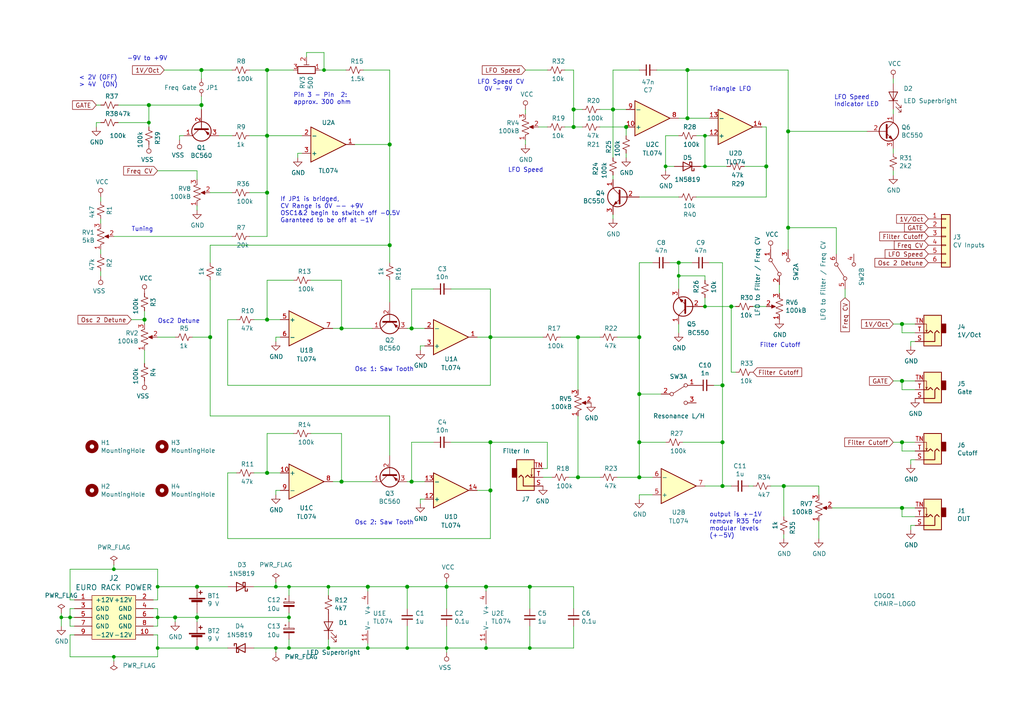
<source format=kicad_sch>
(kicad_sch (version 20211123) (generator eeschema)
  (paper "A4")
  (title_block (title "Ilse") (date "2022-11-18") (rev "2") (company "The Center for Haptic Audio Interaction Research ") (comment 1 "Based on Totoro by SyntherJack") (comment 2 "Licensed unter MIT License.") (comment 3 "Copyright © 2022 Clemens Wegener"))
  (junction (at 17.78 179.07))
  (junction (at 77.47 55.88) (diameter 1.016))
  (junction (at 119.38 139.7) (diameter 1.016))
  (junction (at 185.42 97.79) (diameter 1.016))
  (junction (at 43.18 30.48) (diameter 1.016))
  (junction (at 57.15 170.18) (diameter 1.016))
  (junction (at 45.72 170.18))
  (junction (at 93.98 20.32))
  (junction (at 142.24 97.79) (diameter 1.016))
  (junction (at 261.62 93.98) (diameter 1.016))
  (junction (at 77.47 92.71) (diameter 1.016))
  (junction (at 58.42 30.48) (diameter 1.016))
  (junction (at 99.06 95.25) (diameter 1.016))
  (junction (at 43.18 35.56))
  (junction (at 153.67 170.18) (diameter 1.016))
  (junction (at 57.15 187.96) (diameter 1.016))
  (junction (at 142.24 142.24) (diameter 1.016))
  (junction (at 106.68 170.18) (diameter 1.016))
  (junction (at 204.47 48.26))
  (junction (at 57.15 179.07) (diameter 1.016))
  (junction (at 196.85 76.2) (diameter 1.016))
  (junction (at 58.42 20.32) (diameter 1.016))
  (junction (at 118.11 170.18) (diameter 1.016))
  (junction (at 106.68 187.96))
  (junction (at 83.82 187.96))
  (junction (at 142.24 128.27) (diameter 1.016))
  (junction (at 167.64 97.79) (diameter 1.016))
  (junction (at 113.03 71.12) (diameter 1.016))
  (junction (at 185.42 128.27) (diameter 1.016))
  (junction (at 50.8 179.07) (diameter 1.016))
  (junction (at 140.97 187.96))
  (junction (at 118.11 187.96))
  (junction (at 228.6 66.04) (diameter 1.016))
  (junction (at 261.62 110.49) (diameter 1.016))
  (junction (at 167.64 138.43) (diameter 1.016))
  (junction (at 181.61 36.83) (diameter 1.016))
  (junction (at 166.37 31.75) (diameter 1.016))
  (junction (at 209.55 111.76) (diameter 1.016))
  (junction (at 95.25 187.96))
  (junction (at 209.55 140.97) (diameter 1.016))
  (junction (at 99.06 139.7) (diameter 1.016))
  (junction (at 33.02 190.5))
  (junction (at 129.54 170.18) (diameter 1.016))
  (junction (at 33.02 165.1))
  (junction (at 196.85 80.01))
  (junction (at 77.47 20.32) (diameter 1.016))
  (junction (at 261.62 147.32) (diameter 1.016))
  (junction (at 80.01 187.96))
  (junction (at 166.37 36.83) (diameter 1.016))
  (junction (at 113.03 41.91) (diameter 1.016))
  (junction (at 199.39 20.32) (diameter 1.016))
  (junction (at 129.54 187.96))
  (junction (at 119.38 95.25) (diameter 1.016))
  (junction (at 95.25 170.18))
  (junction (at 227.33 140.97) (diameter 1.016))
  (junction (at 80.01 170.18))
  (junction (at 177.8 31.75) (diameter 1.016))
  (junction (at 228.6 38.1) (diameter 1.016))
  (junction (at 77.47 137.16) (diameter 1.016))
  (junction (at 60.96 97.79) (diameter 1.016))
  (junction (at 204.47 39.37))
  (junction (at 204.47 88.9))
  (junction (at 83.82 170.18))
  (junction (at 193.04 48.26))
  (junction (at 45.72 187.96))
  (junction (at 185.42 138.43) (diameter 1.016))
  (junction (at 185.42 114.3) (diameter 1.016))
  (junction (at 153.67 187.96))
  (junction (at 20.32 179.07))
  (junction (at 140.97 170.18) (diameter 1.016))
  (junction (at 261.62 128.27) (diameter 1.016))
  (junction (at 222.25 48.26) (diameter 1.016))
  (junction (at 212.09 88.9) (diameter 1.016))
  (junction (at 45.72 179.07))
  (junction (at 199.39 34.29) (diameter 1.016))
  (junction (at 41.91 92.71) (diameter 1.016))
  (junction (at 77.47 39.37) (diameter 1.016))
  (junction (at 209.55 128.27) (diameter 1.016))
  (junction (at 83.82 179.07))
  (wire (pts (xy 77.47 92.71) (xy 81.28 92.71)))
  (wire (pts (xy 201.93 39.37) (xy 204.47 39.37)))
  (wire (pts (xy 185.42 128.27) (xy 185.42 114.3)))
  (wire (pts (xy 93.98 20.32) (xy 100.33 20.32)))
  (wire (pts (xy 88.9 15.24) (xy 88.9 16.51)))
  (wire (pts (xy 166.37 31.75) (xy 166.37 36.83)))
  (wire (pts (xy 83.82 177.8) (xy 83.82 179.07)))
  (wire (pts (xy 129.54 168.91) (xy 129.54 170.18)))
  (wire (pts (xy 199.39 34.29) (xy 196.85 34.29)))
  (wire (pts (xy 73.66 170.18) (xy 80.01 170.18)))
  (wire (pts (xy 90.17 125.73) (xy 99.06 125.73)))
  (wire (pts (xy 83.82 187.96) (xy 95.25 187.96)))
  (wire (pts (xy 72.39 68.58) (xy 77.47 68.58)))
  (wire (pts (xy 264.16 99.06) (xy 265.43 99.06)))
  (wire (pts (xy 261.62 149.86) (xy 261.62 147.32)))
  (wire (pts (xy 80.01 168.91) (xy 80.01 170.18)))
  (wire (pts (xy 181.61 45.72) (xy 181.61 44.45)))
  (wire (pts (xy 168.91 36.83) (xy 166.37 36.83)))
  (wire (pts (xy 129.54 187.96) (xy 129.54 189.23)))
  (wire (pts (xy 166.37 20.32) (xy 166.37 31.75)))
  (wire (pts (xy 264.16 133.35) (xy 265.43 133.35)))
  (wire (pts (xy 118.11 95.25) (xy 119.38 95.25)))
  (wire (pts (xy 33.02 68.58) (xy 67.31 68.58)))
  (wire (pts (xy 217.17 140.97) (xy 218.44 140.97)))
  (wire (pts (xy 29.21 63.5) (xy 29.21 64.77)))
  (wire (pts (xy 99.06 125.73) (xy 99.06 139.7)))
  (wire (pts (xy 138.43 142.24) (xy 142.24 142.24)))
  (wire (pts (xy 129.54 187.96) (xy 118.11 187.96)))
  (wire (pts (xy 113.03 20.32) (xy 113.03 41.91)))
  (wire (pts (xy 265.43 93.98) (xy 261.62 93.98)))
  (wire (pts (xy 213.36 107.95) (xy 212.09 107.95)))
  (wire (pts (xy 17.78 177.8) (xy 17.78 179.07)))
  (wire (pts (xy 185.42 76.2) (xy 189.23 76.2)))
  (wire (pts (xy 45.72 176.53) (xy 45.72 179.07)))
  (wire (pts (xy 193.04 49.53) (xy 193.04 48.26)))
  (wire (pts (xy 237.49 140.97) (xy 227.33 140.97)))
  (wire (pts (xy 50.8 179.07) (xy 50.8 180.34)))
  (wire (pts (xy 99.06 95.25) (xy 96.52 95.25)))
  (wire (pts (xy 153.67 181.61) (xy 153.67 187.96)))
  (wire (pts (xy 261.62 128.27) (xy 259.08 128.27)))
  (wire (pts (xy 107.95 139.7) (xy 99.06 139.7)))
  (wire (pts (xy 264.16 99.06) (xy 264.16 100.33)))
  (wire (pts (xy 86.36 44.45) (xy 86.36 45.72)))
  (wire (pts (xy 140.97 170.18) (xy 153.67 170.18)))
  (wire (pts (xy 185.42 57.15) (xy 196.85 57.15)))
  (wire (pts (xy 265.43 149.86) (xy 261.62 149.86)))
  (wire (pts (xy 204.47 48.26) (xy 210.82 48.26)))
  (wire (pts (xy 66.04 92.71) (xy 68.58 92.71)))
  (wire (pts (xy 201.93 57.15) (xy 222.25 57.15)))
  (wire (pts (xy 142.24 128.27) (xy 142.24 142.24)))
  (wire (pts (xy 58.42 27.94) (xy 58.42 30.48)))
  (wire (pts (xy 45.72 173.99) (xy 44.45 173.99)))
  (wire (pts (xy 60.96 81.28) (xy 60.96 97.79)))
  (wire (pts (xy 261.62 96.52) (xy 261.62 93.98)))
  (wire (pts (xy 121.92 100.33) (xy 123.19 100.33)))
  (wire (pts (xy 167.64 97.79) (xy 173.99 97.79)))
  (wire (pts (xy 259.08 50.8) (xy 259.08 49.53)))
  (wire (pts (xy 57.15 177.8) (xy 57.15 179.07)))
  (wire (pts (xy 73.66 92.71) (xy 77.47 92.71)))
  (wire (pts (xy 196.85 76.2) (xy 200.66 76.2)))
  (wire (pts (xy 34.29 30.48) (xy 43.18 30.48)))
  (wire (pts (xy 60.96 71.12) (xy 113.03 71.12)))
  (wire (pts (xy 77.47 137.16) (xy 81.28 137.16)))
  (wire (pts (xy 264.16 152.4) (xy 264.16 153.67)))
  (wire (pts (xy 33.02 165.1) (xy 45.72 165.1)))
  (wire (pts (xy 45.72 181.61) (xy 44.45 181.61)))
  (wire (pts (xy 45.72 49.53) (xy 57.15 49.53)))
  (wire (pts (xy 80.01 170.18) (xy 83.82 170.18)))
  (wire (pts (xy 113.03 41.91) (xy 113.03 71.12)))
  (wire (pts (xy 95.25 170.18) (xy 95.25 172.72)))
  (wire (pts (xy 193.04 48.26) (xy 195.58 48.26)))
  (wire (pts (xy 264.16 133.35) (xy 264.16 134.62)))
  (wire (pts (xy 20.32 176.53) (xy 21.59 176.53)))
  (wire (pts (xy 166.37 170.18) (xy 166.37 176.53)))
  (wire (pts (xy 158.75 135.89) (xy 158.75 128.27)))
  (wire (pts (xy 162.56 97.79) (xy 167.64 97.79)))
  (wire (pts (xy 77.47 55.88) (xy 77.47 68.58)))
  (wire (pts (xy 29.21 35.56) (xy 27.94 35.56)))
  (wire (pts (xy 196.85 80.01) (xy 196.85 76.2)))
  (wire (pts (xy 185.42 138.43) (xy 185.42 128.27)))
  (wire (pts (xy 185.42 97.79) (xy 185.42 76.2)))
  (wire (pts (xy 193.04 39.37) (xy 196.85 39.37)))
  (wire (pts (xy 204.47 81.28) (xy 204.47 80.01)))
  (wire (pts (xy 222.25 48.26) (xy 222.25 57.15)))
  (wire (pts (xy 20.32 190.5) (xy 20.32 184.15)))
  (wire (pts (xy 140.97 187.96) (xy 140.97 186.69)))
  (wire (pts (xy 199.39 20.32) (xy 228.6 20.32)))
  (wire (pts (xy 57.15 179.07) (xy 83.82 179.07)))
  (wire (pts (xy 265.43 110.49) (xy 261.62 110.49)))
  (wire (pts (xy 261.62 110.49) (xy 259.08 110.49)))
  (wire (pts (xy 20.32 179.07) (xy 20.32 181.61)))
  (wire (pts (xy 177.8 63.5) (xy 177.8 62.23)))
  (wire (pts (xy 209.55 128.27) (xy 209.55 140.97)))
  (wire (pts (xy 212.09 88.9) (xy 212.09 107.95)))
  (wire (pts (xy 45.72 170.18) (xy 57.15 170.18)))
  (wire (pts (xy 118.11 170.18) (xy 129.54 170.18)))
  (wire (pts (xy 140.97 187.96) (xy 153.67 187.96)))
  (wire (pts (xy 204.47 39.37) (xy 204.47 48.26)))
  (wire (pts (xy 209.55 111.76) (xy 209.55 128.27)))
  (wire (pts (xy 228.6 66.04) (xy 228.6 72.39)))
  (wire (pts (xy 67.31 55.88) (xy 60.96 55.88)))
  (wire (pts (xy 185.42 20.32) (xy 177.8 20.32)))
  (wire (pts (xy 73.66 137.16) (xy 77.47 137.16)))
  (wire (pts (xy 60.96 97.79) (xy 55.88 97.79)))
  (wire (pts (xy 20.32 179.07) (xy 17.78 179.07)))
  (wire (pts (xy 66.04 111.76) (xy 66.04 92.71)))
  (wire (pts (xy 52.07 39.37) (xy 52.07 40.64)))
  (wire (pts (xy 60.96 97.79) (xy 60.96 120.65)))
  (wire (pts (xy 121.92 144.78) (xy 121.92 146.05)))
  (wire (pts (xy 57.15 187.96) (xy 66.04 187.96)))
  (wire (pts (xy 99.06 81.28) (xy 99.06 95.25)))
  (wire (pts (xy 85.09 20.32) (xy 77.47 20.32)))
  (wire (pts (xy 129.54 181.61) (xy 129.54 187.96)))
  (wire (pts (xy 189.23 143.51) (xy 185.42 143.51)))
  (wire (pts (xy 83.82 185.42) (xy 83.82 187.96)))
  (wire (pts (xy 203.2 48.26) (xy 204.47 48.26)))
  (wire (pts (xy 45.72 179.07) (xy 44.45 179.07)))
  (wire (pts (xy 57.15 60.96) (xy 57.15 59.69)))
  (wire (pts (xy 45.72 187.96) (xy 45.72 184.15)))
  (wire (pts (xy 204.47 39.37) (xy 205.74 39.37)))
  (wire (pts (xy 191.77 114.3) (xy 185.42 114.3)))
  (wire (pts (xy 67.31 39.37) (xy 63.5 39.37)))
  (wire (pts (xy 118.11 139.7) (xy 119.38 139.7)))
  (wire (pts (xy 237.49 151.13) (xy 237.49 156.21)))
  (wire (pts (xy 88.9 15.24) (xy 93.98 15.24)))
  (wire (pts (xy 140.97 170.18) (xy 140.97 171.45)))
  (wire (pts (xy 57.15 170.18) (xy 66.04 170.18)))
  (wire (pts (xy 20.32 176.53) (xy 20.32 179.07)))
  (wire (pts (xy 177.8 31.75) (xy 181.61 31.75)))
  (wire (pts (xy 58.42 30.48) (xy 58.42 31.75)))
  (wire (pts (xy 177.8 45.72) (xy 177.8 31.75)))
  (wire (pts (xy 167.64 138.43) (xy 165.1 138.43)))
  (wire (pts (xy 119.38 83.82) (xy 119.38 95.25)))
  (wire (pts (xy 185.42 128.27) (xy 193.04 128.27)))
  (wire (pts (xy 80.01 97.79) (xy 80.01 99.06)))
  (wire (pts (xy 173.99 31.75) (xy 177.8 31.75)))
  (wire (pts (xy 196.85 80.01) (xy 204.47 80.01)))
  (wire (pts (xy 83.82 179.07) (xy 83.82 180.34)))
  (wire (pts (xy 80.01 97.79) (xy 81.28 97.79)))
  (wire (pts (xy 142.24 97.79) (xy 157.48 97.79)))
  (wire (pts (xy 29.21 57.15) (xy 29.21 58.42)))
  (wire (pts (xy 198.12 128.27) (xy 209.55 128.27)))
  (wire (pts (xy 265.43 130.81) (xy 261.62 130.81)))
  (wire (pts (xy 20.32 181.61) (xy 21.59 181.61)))
  (wire (pts (xy 119.38 95.25) (xy 123.19 95.25)))
  (wire (pts (xy 27.94 30.48) (xy 29.21 30.48)))
  (wire (pts (xy 47.625 20.32) (xy 58.42 20.32)))
  (wire (pts (xy 152.4 41.91) (xy 152.4 40.64)))
  (wire (pts (xy 106.68 187.96) (xy 118.11 187.96)))
  (wire (pts (xy 259.08 44.45) (xy 259.08 43.18)))
  (wire (pts (xy 80.01 187.96) (xy 83.82 187.96)))
  (wire (pts (xy 130.81 83.82) (xy 142.24 83.82)))
  (wire (pts (xy 58.42 20.32) (xy 67.31 20.32)))
  (wire (pts (xy 196.85 93.98) (xy 196.85 96.52)))
  (wire (pts (xy 20.32 173.99) (xy 20.32 165.1)))
  (wire (pts (xy 163.83 20.32) (xy 166.37 20.32)))
  (wire (pts (xy 77.47 55.88) (xy 72.39 55.88)))
  (wire (pts (xy 153.67 176.53) (xy 153.67 170.18)))
  (wire (pts (xy 142.24 156.21) (xy 66.04 156.21)))
  (wire (pts (xy 53.34 39.37) (xy 52.07 39.37)))
  (wire (pts (xy 45.72 97.79) (xy 50.8 97.79)))
  (wire (pts (xy 113.03 71.12) (xy 113.03 76.2)))
  (wire (pts (xy 20.32 190.5) (xy 33.02 190.5)))
  (wire (pts (xy 181.61 39.37) (xy 181.61 36.83)))
  (wire (pts (xy 199.39 20.32) (xy 199.39 34.29)))
  (wire (pts (xy 227.33 154.94) (xy 227.33 156.21)))
  (wire (pts (xy 80.01 189.23) (xy 80.01 187.96)))
  (wire (pts (xy 179.07 138.43) (xy 185.42 138.43)))
  (wire (pts (xy 226.06 82.55) (xy 226.06 85.09)))
  (wire (pts (xy 209.55 76.2) (xy 209.55 111.76)))
  (wire (pts (xy 77.47 81.28) (xy 77.47 92.71)))
  (wire (pts (xy 86.36 44.45) (xy 87.63 44.45)))
  (wire (pts (xy 20.32 173.99) (xy 21.59 173.99)))
  (wire (pts (xy 80.01 142.24) (xy 81.28 142.24)))
  (wire (pts (xy 92.71 20.32) (xy 93.98 20.32)))
  (wire (pts (xy 17.78 179.07) (xy 17.78 181.61)))
  (wire (pts (xy 241.3 147.32) (xy 261.62 147.32)))
  (wire (pts (xy 220.98 36.83) (xy 222.25 36.83)))
  (wire (pts (xy 265.43 147.32) (xy 261.62 147.32)))
  (wire (pts (xy 212.09 140.97) (xy 209.55 140.97)))
  (wire (pts (xy 99.06 139.7) (xy 96.52 139.7)))
  (wire (pts (xy 173.99 36.83) (xy 181.61 36.83)))
  (wire (pts (xy 228.6 38.1) (xy 228.6 66.04)))
  (wire (pts (xy 50.8 179.07) (xy 57.15 179.07)))
  (wire (pts (xy 80.01 143.51) (xy 80.01 142.24)))
  (wire (pts (xy 33.02 190.5) (xy 33.02 191.77)))
  (wire (pts (xy 33.02 190.5) (xy 45.72 190.5)))
  (wire (pts (xy 27.94 35.56) (xy 27.94 36.83)))
  (wire (pts (xy 142.24 111.76) (xy 66.04 111.76)))
  (wire (pts (xy 160.02 138.43) (xy 157.48 138.43)))
  (wire (pts (xy 222.25 36.83) (xy 222.25 48.26)))
  (wire (pts (xy 66.04 137.16) (xy 68.58 137.16)))
  (wire (pts (xy 83.82 170.18) (xy 83.82 172.72)))
  (wire (pts (xy 204.47 86.36) (xy 204.47 88.9)))
  (wire (pts (xy 58.42 22.86) (xy 58.42 20.32)))
  (wire (pts (xy 102.87 41.91) (xy 113.03 41.91)))
  (wire (pts (xy 83.82 170.18) (xy 95.25 170.18)))
  (wire (pts (xy 90.17 81.28) (xy 99.06 81.28)))
  (wire (pts (xy 207.01 111.76) (xy 209.55 111.76)))
  (wire (pts (xy 167.64 97.79) (xy 167.64 113.03)))
  (wire (pts (xy 20.32 179.07) (xy 21.59 179.07)))
  (wire (pts (xy 261.62 93.98) (xy 259.08 93.98)))
  (wire (pts (xy 215.9 48.26) (xy 222.25 48.26)))
  (wire (pts (xy 261.62 130.81) (xy 261.62 128.27)))
  (wire (pts (xy 29.21 72.39) (xy 29.21 73.66)))
  (wire (pts (xy 212.09 88.9) (xy 204.47 88.9)))
  (wire (pts (xy 45.72 176.53) (xy 44.45 176.53)))
  (wire (pts (xy 119.38 83.82) (xy 125.73 83.82)))
  (wire (pts (xy 264.16 152.4) (xy 265.43 152.4)))
  (wire (pts (xy 142.24 83.82) (xy 142.24 97.79)))
  (wire (pts (xy 204.47 140.97) (xy 209.55 140.97)))
  (wire (pts (xy 95.25 170.18) (xy 106.68 170.18)))
  (wire (pts (xy 85.09 125.73) (xy 77.47 125.73)))
  (wire (pts (xy 20.32 184.15) (xy 21.59 184.15)))
  (wire (pts (xy 45.72 165.1) (xy 45.72 170.18)))
  (wire (pts (xy 119.38 139.7) (xy 123.19 139.7)))
  (wire (pts (xy 129.54 170.18) (xy 140.97 170.18)))
  (wire (pts (xy 152.4 31.75) (xy 152.4 33.02)))
  (wire (pts (xy 259.08 31.75) (xy 259.08 33.02)))
  (wire (pts (xy 158.75 20.32) (xy 152.4 20.32)))
  (wire (pts (xy 196.85 80.01) (xy 196.85 83.82)))
  (wire (pts (xy 43.18 35.56) (xy 34.29 35.56)))
  (wire (pts (xy 43.18 30.48) (xy 58.42 30.48)))
  (wire (pts (xy 129.54 170.18) (xy 129.54 176.53)))
  (wire (pts (xy 60.96 71.12) (xy 60.96 76.2)))
  (wire (pts (xy 185.42 143.51) (xy 185.42 144.78)))
  (wire (pts (xy 77.47 39.37) (xy 72.39 39.37)))
  (wire (pts (xy 77.47 39.37) (xy 77.47 55.88)))
  (wire (pts (xy 251.46 38.1) (xy 228.6 38.1)))
  (wire (pts (xy 166.37 181.61) (xy 166.37 187.96)))
  (wire (pts (xy 261.62 113.03) (xy 261.62 110.49)))
  (wire (pts (xy 29.21 78.74) (xy 29.21 80.01)))
  (wire (pts (xy 119.38 128.27) (xy 119.38 139.7)))
  (wire (pts (xy 166.37 187.96) (xy 153.67 187.96)))
  (wire (pts (xy 199.39 34.29) (xy 205.74 34.29)))
  (wire (pts (xy 218.44 88.9) (xy 222.25 88.9)))
  (wire (pts (xy 41.91 101.6) (xy 41.91 105.41)))
  (wire (pts (xy 45.72 187.96) (xy 45.72 190.5)))
  (wire (pts (xy 142.24 97.79) (xy 142.24 111.76)))
  (wire (pts (xy 60.96 120.65) (xy 113.03 120.65)))
  (wire (pts (xy 45.72 187.96) (xy 57.15 187.96)))
  (wire (pts (xy 213.36 88.9) (xy 212.09 88.9)))
  (wire (pts (xy 45.72 179.07) (xy 50.8 179.07)))
  (wire (pts (xy 242.57 66.04) (xy 242.57 73.66)))
  (wire (pts (xy 20.32 165.1) (xy 33.02 165.1)))
  (wire (pts (xy 77.47 125.73) (xy 77.47 137.16)))
  (wire (pts (xy 41.91 92.71) (xy 38.1 92.71)))
  (wire (pts (xy 237.49 143.51) (xy 237.49 140.97)))
  (wire (pts (xy 41.91 90.17) (xy 41.91 92.71)))
  (wire (pts (xy 142.24 142.24) (xy 142.24 156.21)))
  (wire (pts (xy 259.08 22.86) (xy 259.08 24.13)))
  (wire (pts (xy 138.43 97.79) (xy 142.24 97.79)))
  (wire (pts (xy 57.15 179.07) (xy 57.15 180.34)))
  (wire (pts (xy 265.43 96.52) (xy 261.62 96.52)))
  (wire (pts (xy 41.91 92.71) (xy 41.91 93.98)))
  (wire (pts (xy 179.07 97.79) (xy 185.42 97.79)))
  (wire (pts (xy 121.92 100.33) (xy 121.92 101.6)))
  (wire (pts (xy 194.31 76.2) (xy 196.85 76.2)))
  (wire (pts (xy 166.37 31.75) (xy 168.91 31.75)))
  (wire (pts (xy 93.98 15.24) (xy 93.98 20.32)))
  (wire (pts (xy 121.92 144.78) (xy 123.19 144.78)))
  (wire (pts (xy 45.72 181.61) (xy 45.72 179.07)))
  (wire (pts (xy 43.18 35.56) (xy 43.18 36.83)))
  (wire (pts (xy 129.54 187.96) (xy 140.97 187.96)))
  (wire (pts (xy 265.43 113.03) (xy 261.62 113.03)))
  (wire (pts (xy 153.67 170.18) (xy 166.37 170.18)))
  (wire (pts (xy 163.83 36.83) (xy 166.37 36.83)))
  (wire (pts (xy 66.04 156.21) (xy 66.04 137.16)))
  (wire (pts (xy 33.02 163.83) (xy 33.02 165.1)))
  (wire (pts (xy 95.25 185.42) (xy 95.25 187.96)))
  (wire (pts (xy 105.41 20.32) (xy 113.03 20.32)))
  (wire (pts (xy 265.43 128.27) (xy 261.62 128.27)))
  (wire (pts (xy 106.68 170.18) (xy 118.11 170.18)))
  (wire (pts (xy 118.11 176.53) (xy 118.11 170.18)))
  (wire (pts (xy 85.09 81.28) (xy 77.47 81.28)))
  (wire (pts (xy 190.5 20.32) (xy 199.39 20.32)))
  (wire (pts (xy 107.95 95.25) (xy 99.06 95.25)))
  (wire (pts (xy 205.74 76.2) (xy 209.55 76.2)))
  (wire (pts (xy 106.68 187.96) (xy 106.68 186.69)))
  (wire (pts (xy 130.81 128.27) (xy 142.24 128.27)))
  (wire (pts (xy 158.75 135.89) (xy 157.48 135.89)))
  (wire (pts (xy 193.04 39.37) (xy 193.04 48.26)))
  (wire (pts (xy 228.6 66.04) (xy 242.57 66.04)))
  (wire (pts (xy 87.63 39.37) (xy 77.47 39.37)))
  (wire (pts (xy 177.8 20.32) (xy 177.8 31.75)))
  (wire (pts (xy 43.18 30.48) (xy 43.18 35.56)))
  (wire (pts (xy 57.15 49.53) (xy 57.15 52.07)))
  (wire (pts (xy 45.72 184.15) (xy 44.45 184.15)))
  (wire (pts (xy 77.47 20.32) (xy 72.39 20.32)))
  (wire (pts (xy 113.03 81.28) (xy 113.03 87.63)))
  (wire (pts (xy 227.33 140.97) (xy 223.52 140.97)))
  (wire (pts (xy 106.68 170.18) (xy 106.68 171.45)))
  (wire (pts (xy 77.47 20.32) (xy 77.47 39.37)))
  (wire (pts (xy 45.72 170.18) (xy 45.72 173.99)))
  (wire (pts (xy 167.64 138.43) (xy 173.99 138.43)))
  (wire (pts (xy 113.03 120.65) (xy 113.03 132.08)))
  (wire (pts (xy 119.38 128.27) (xy 125.73 128.27)))
  (wire (pts (xy 167.64 120.65) (xy 167.64 138.43)))
  (wire (pts (xy 177.8 50.8) (xy 177.8 52.07)))
  (wire (pts (xy 156.21 36.83) (xy 158.75 36.83)))
  (wire (pts (xy 95.25 187.96) (xy 106.68 187.96)))
  (wire (pts (xy 189.23 138.43) (xy 185.42 138.43)))
  (wire (pts (xy 228.6 20.32) (xy 228.6 38.1)))
  (wire (pts (xy 245.11 83.82) (xy 245.11 86.36)))
  (wire (pts (xy 185.42 114.3) (xy 185.42 97.79)))
  (wire (pts (xy 118.11 181.61) (xy 118.11 187.96)))
  (wire (pts (xy 73.66 187.96) (xy 80.01 187.96)))
  (wire (pts (xy 227.33 140.97) (xy 227.33 149.86)))
  (wire (pts (xy 142.24 128.27) (xy 158.75 128.27)))
  (text "Osc2 Detune" (at 45.72 93.98 0) (effects (font (size 1.27 1.27)) (justify left bottom)))
  (text "Pin 3 - Pin  2: \napprox. 300 ohm" (at 85.09 30.48 0) (effects (font (size 1.27 1.27)) (justify left bottom)))
  (text "LFO Speed CV\n  0V - 9V" (at 138.43 26.67 0) (effects (font (size 1.27 1.27)) (justify left bottom)))
  (text "Tuning" (at 38.1 67.31 0) (effects (font (size 1.27 1.27)) (justify left bottom)))
  (text "output is +-1V\nremove R35 for \nmodular levels \n(+-5V)" (at 205.74 156.21 0) (effects (font (size 1.27 1.27)) (justify left bottom)))
  (text "< 2V (OFF) \n> 4V  (ON)" (at 22.86 25.4 0) (effects (font (size 1.27 1.27)) (justify left bottom)))
  (text "Osc 1: Saw Tooth" (at 102.87 107.95 0) (effects (font (size 1.27 1.27)) (justify left bottom)))
  (text "LFO Speed\nIndicator LED" (at 241.935 31.115 0) (effects (font (size 1.27 1.27)) (justify left bottom)))
  (text "Osc 2: Saw Tooth" (at 102.87 152.4 0) (effects (font (size 1.27 1.27)) (justify left bottom)))
  (text "-9V to +9V" (at 36.83 17.78 0) (effects (font (size 1.27 1.27)) (justify left bottom)))
  (text "LFO Speed" (at 147.32 50.165 0) (effects (font (size 1.27 1.27)) (justify left bottom)))
  (text "Filter Cutoff" (at 220.345 100.965 0) (effects (font (size 1.27 1.27)) (justify left bottom)))
  (text "Triangle LFO" (at 205.74 26.67 0) (effects (font (size 1.27 1.27)) (justify left bottom)))
  (text "If JP1 is bridged, \nCV Range is 0V -- +9V\nOSC1&2 begin to stwitch off -0.5V\nGaranteed to be off at -1V" (at 81.28 64.77 0) (effects (font (size 1.27 1.27)) (justify left bottom)))
  (global_label "LFO Speed" (shape input) (at 152.4 20.32 180) (property "Intersheet References" "${INTERSHEET_REFS}" (effects hide)))
  (global_label "Filter Cutoff" (shape input) (at 269.24 68.58 180) (property "Intersheet References" "${INTERSHEET_REFS}" (effects hide)))
  (global_label "Freq CV" (shape input) (at 245.11 86.36 270) (property "Intersheet References" "${INTERSHEET_REFS}" (effects hide)))
  (global_label "GATE" (shape input) (at 27.94 30.48 180) (property "Intersheet References" "${INTERSHEET_REFS}" (effects hide)))
  (global_label "LFO Speed" (shape input) (at 269.24 73.66 180) (property "Intersheet References" "${INTERSHEET_REFS}" (effects hide)))
  (global_label "Filter Cutoff" (shape input) (at 259.08 128.27 180) (property "Intersheet References" "${INTERSHEET_REFS}" (effects hide)))
  (global_label "1V{slash}Oct" (shape input) (at 269.24 63.5 180) (property "Intersheet References" "${INTERSHEET_REFS}" (effects hide)))
  (global_label "Osc 2 Detune" (shape input) (at 38.1 92.71 180) (property "Intersheet References" "${INTERSHEET_REFS}" (effects hide)))
  (global_label "GATE" (shape input) (at 259.08 110.49 180) (property "Intersheet References" "${INTERSHEET_REFS}" (effects hide)))
  (global_label "Freq CV" (shape input) (at 269.24 71.12 180) (property "Intersheet References" "${INTERSHEET_REFS}" (effects hide)))
  (global_label "1V{slash}Oct" (shape input) (at 259.08 93.98 180) (property "Intersheet References" "${INTERSHEET_REFS}" (effects hide)))
  (global_label "1V{slash}Oct" (shape input) (at 47.625 20.32 180) (property "Intersheet References" "${INTERSHEET_REFS}" (effects hide)))
  (global_label "Freq CV" (shape input) (at 45.72 49.53 180) (property "Intersheet References" "${INTERSHEET_REFS}" (effects hide)))
  (global_label "GATE" (shape input) (at 269.24 66.04 180) (property "Intersheet References" "${INTERSHEET_REFS}" (effects hide)))
  (global_label "Osc 2 Detune" (shape input) (at 269.24 76.2 180) (property "Intersheet References" "${INTERSHEET_REFS}" (effects hide)))
  (global_label "Filter Cutoff" (shape input) (at 218.44 107.95 0) (property "Intersheet References" "${INTERSHEET_REFS}" (effects hide)))
  (symbol (lib_id "ilse-rescue:TL074-Amplifier_Operational") (at 130.81 97.79 0) (mirror x) (unit 1)
    (property "Reference" "U1" (at 130.81 104.14 0))
    (property "Value" "TL074" (at 130.81 106.68 0))
    (property "Footprint" "Package_DIP:DIP-14_W7.62mm_Socket_LongPads" (effects hide))
    (property "Datasheet" "http://ww1.microchip.com/downloads/en/DeviceDoc/21733j.pdf" (effects hide))
  )
  (symbol (lib_id "ilse-rescue:TL074-Amplifier_Operational") (at 143.51 179.07 0) (unit 5)
    (property "Reference" "U2" (at 142.4432 177.9016 0) (effects (justify left)))
    (property "Value" "TL074" (at 142.4432 180.213 0) (effects (justify left)))
    (property "Footprint" "Package_DIP:DIP-14_W7.62mm_Socket_LongPads" (effects hide))
    (property "Datasheet" "http://ww1.microchip.com/downloads/en/DeviceDoc/21733j.pdf" (effects hide))
  )
  (symbol (lib_id "ilse-rescue:R_POT_US-Device") (at 226.06 88.9 180) (unit 1)
    (property "Reference" "RV6" (at 227.7872 87.7316 0) (effects (justify right)))
    (property "Value" "100kB" (at 227.7872 90.043 0) (effects (justify right)))
    (property "Footprint" "CHAIR:Potentiometer_Alps_RK09K_Single_Vertical" (effects hide))
  )
  (symbol (lib_id "ilse-rescue:R_Small_US-Device") (at 95.25 175.26 0) (unit 1)
    (property "Reference" "R12" (at 96.9772 174.0916 0) (effects (justify left)))
    (property "Value" "4k7" (at 96.9772 176.403 0) (effects (justify left)))
    (property "Footprint" "hybrid:R (hybrid SMD-THT)" (effects hide))
  )
  (symbol (lib_id "ilse-rescue:LED-Device") (at 95.25 181.61 90) (unit 1)
    (property "Reference" "D1" (at 98.2218 180.6194 90) (effects (justify right)))
    (property "Value" "LED Superbright" (at 88.9 189.23 90) (effects (justify right)))
    (property "Footprint" "LED_THT:LED_D5.0mm" (effects hide))
  )
  (symbol (lib_id "ilse-rescue:VCC-power") (at 129.54 168.91 0) (unit 1)
    (property "Reference" "#PWR010" (effects hide))
    (property "Value" "VCC" (at 129.9718 164.5158 0))
  )
  (symbol (lib_id "ilse-rescue:VSS-power") (at 129.54 189.23 180) (unit 1)
    (property "Reference" "#PWR011" (effects hide))
    (property "Value" "VSS" (at 129.0828 193.6242 0))
  )
  (symbol (lib_id "ilse-rescue:R_Small_US-Device") (at 195.58 128.27 270) (unit 1)
    (property "Reference" "R27" (at 194.31 125.73 90) (effects (justify left)))
    (property "Value" "100k" (at 194.31 130.81 90) (effects (justify left)))
    (property "Footprint" "hybrid:R (hybrid SMD-THT)" (effects hide))
  )
  (symbol (lib_id "ilse-rescue:GND-power") (at 185.42 144.78 0) (unit 1)
    (property "Reference" "#PWR019" (effects hide))
    (property "Value" "GND" (at 185.547 149.1742 0))
  )
  (symbol (lib_id "ilse-rescue:C_Small-Device") (at 204.47 111.76 90) (unit 1)
    (property "Reference" "C10" (at 204.47 105.9434 90))
    (property "Value" "1n" (at 204.47 108.2548 90))
    (property "Footprint" "Capacitor_THT:C_Rect_L7.2mm_W2.5mm_P5.00mm_FKS2_FKP2_MKS2_MKP2" (effects hide))
  )
  (symbol (lib_id "ilse-rescue:C_Small-Device") (at 203.2 76.2 90) (unit 1)
    (property "Reference" "C9" (at 203.2 70.3834 90))
    (property "Value" "47n" (at 203.2 72.6948 90))
    (property "Footprint" "Capacitor_THT:C_Rect_L7.2mm_W2.5mm_P5.00mm_FKS2_FKP2_MKS2_MKP2" (effects hide))
  )
  (symbol (lib_id "ilse-rescue:C_Small-Device") (at 191.77 76.2 90) (unit 1)
    (property "Reference" "C8" (at 191.77 70.3834 90))
    (property "Value" "47n" (at 191.77 72.6948 90))
    (property "Footprint" "Capacitor_THT:C_Rect_L7.2mm_W2.5mm_P5.00mm_FKS2_FKP2_MKS2_MKP2" (effects hide))
  )
  (symbol (lib_id "ilse-rescue:BC550-Transistor_BJT") (at 199.39 88.9 180) (unit 1)
    (property "Reference" "Q5" (at 201.93 93.98 0) (effects (justify left)))
    (property "Value" "BC550" (at 205.74 96.52 0) (effects (justify left)))
    (property "Footprint" "Package_TO_SOT_THT:TO-92_Inline" (effects hide))
    (property "Datasheet" "http://www.fairchildsemi.com/ds/BC/BC547.pdf" (effects hide))
  )
  (symbol (lib_id "ilse-rescue:R_Small_US-Device") (at 215.9 88.9 270) (unit 1)
    (property "Reference" "R30" (at 214.63 86.36 90) (effects (justify left)))
    (property "Value" "10k" (at 214.63 91.44 90) (effects (justify left)))
    (property "Footprint" "hybrid:R (hybrid SMD-THT)" (effects hide))
  )
  (symbol (lib_id "ilse-rescue:VCC-power") (at 223.52 72.39 0) (unit 1)
    (property "Reference" "#PWR022" (effects hide))
    (property "Value" "VCC" (at 223.9518 67.9958 0))
  )
  (symbol (lib_id "ilse-rescue:C_Small-Device") (at 214.63 140.97 90) (unit 1)
    (property "Reference" "C11" (at 214.63 135.1534 90))
    (property "Value" "1u" (at 214.63 137.4648 90))
    (property "Footprint" "Capacitor_THT:C_Rect_L7.2mm_W2.5mm_P5.00mm_FKS2_FKP2_MKS2_MKP2" (effects hide))
  )
  (symbol (lib_id "ilse-rescue:R_POT_US-Device") (at 237.49 147.32 0) (mirror x) (unit 1)
    (property "Reference" "RV7" (at 235.7628 146.1516 0) (effects (justify right)))
    (property "Value" "100kB" (at 235.7628 148.463 0) (effects (justify right)))
    (property "Footprint" "CHAIR:Potentiometer_Alps_RK09K_Single_Vertical" (effects hide))
  )
  (symbol (lib_id "ilse-rescue:GND-power") (at 237.49 156.21 0) (unit 1)
    (property "Reference" "#PWR024" (effects hide))
    (property "Value" "GND" (at 237.617 160.6042 0))
  )
  (symbol (lib_id "ilse-rescue:AudioJack2_SwitchT-Connector") (at 270.51 149.86 180) (unit 1)
    (property "Reference" "J1" (at 277.622 148.1582 0) (effects (justify right)))
    (property "Value" "OUT" (at 277.622 150.4696 0) (effects (justify right)))
    (property "Footprint" "chair:Jack_3.5mm_QingPu_WQP-PJ398SM_Vertical_CircularHoles" (effects hide))
  )
  (symbol (lib_id "ilse-rescue:GND-power") (at 264.16 153.67 0) (unit 1)
    (property "Reference" "#PWR025" (effects hide))
    (property "Value" "GND" (at 264.287 158.0642 0))
  )
  (symbol (lib_id "ilse-rescue:R_Small_US-Device") (at 71.12 92.71 270) (unit 1)
    (property "Reference" "R10" (at 69.85 90.17 90) (effects (justify left)))
    (property "Value" "47k" (at 69.85 95.25 90) (effects (justify left)))
    (property "Footprint" "hybrid:R (hybrid SMD-THT)" (effects hide))
  )
  (symbol (lib_id "ilse-rescue:GND-power") (at 121.92 101.6 0) (unit 1)
    (property "Reference" "#PWR012" (effects hide))
    (property "Value" "GND" (at 122.047 105.9942 0))
  )
  (symbol (lib_id "ilse-rescue:GND-power") (at 80.01 99.06 0) (unit 1)
    (property "Reference" "#PWR08" (effects hide))
    (property "Value" "GND" (at 80.137 103.4542 0))
  )
  (symbol (lib_id "ilse-rescue:R_Small_US-Device") (at 87.63 81.28 270) (unit 1)
    (property "Reference" "R13" (at 86.36 78.74 90) (effects (justify left)))
    (property "Value" "100k" (at 86.36 83.82 90) (effects (justify left)))
    (property "Footprint" "hybrid:R (hybrid SMD-THT)" (effects hide))
  )
  (symbol (lib_id "ilse-rescue:C_Small-Device") (at 128.27 83.82 90) (unit 1)
    (property "Reference" "C3" (at 128.27 78.0034 90))
    (property "Value" "10n" (at 128.27 80.3148 90))
    (property "Footprint" "Capacitor_THT:C_Rect_L7.2mm_W2.5mm_P5.00mm_FKS2_FKP2_MKS2_MKP2" (effects hide))
  )
  (symbol (lib_id "ilse-rescue:BC560-Transistor_BJT") (at 113.03 92.71 90) (mirror x) (unit 1)
    (property "Reference" "Q2" (at 113.03 98.679 90))
    (property "Value" "BC560" (at 113.03 100.9904 90))
    (property "Footprint" "Package_TO_SOT_THT:TO-92_Inline" (effects hide))
    (property "Datasheet" "http://www.fairchildsemi.com/ds/BC/BC557.pdf" (effects hide))
  )
  (symbol (lib_id "ilse-rescue:R_Small_US-Device") (at 113.03 78.74 180) (unit 1)
    (property "Reference" "R16" (at 115.57 77.47 90) (effects (justify left)))
    (property "Value" "1k" (at 110.49 77.47 90) (effects (justify left)))
    (property "Footprint" "hybrid:R (hybrid SMD-THT)" (effects hide))
  )
  (symbol (lib_id "ilse-rescue:GND-power") (at 86.36 45.72 0) (unit 1)
    (property "Reference" "#PWR07" (effects hide))
    (property "Value" "GND" (at 86.487 50.1142 0))
  )
  (symbol (lib_id "ilse-rescue:R_Small_US-Device") (at 69.85 20.32 270) (unit 1)
    (property "Reference" "R8" (at 68.58 17.78 90) (effects (justify left)))
    (property "Value" "100k" (at 68.58 22.86 90) (effects (justify left)))
    (property "Footprint" "hybrid:R (hybrid SMD-THT)" (effects hide))
  )
  (symbol (lib_id "ilse-rescue:R_POT_US-Device") (at 29.21 68.58 0) (mirror x) (unit 1)
    (property "Reference" "RV1" (at 27.4828 67.4116 0) (effects (justify right)))
    (property "Value" "5kB" (at 27.4828 69.723 0) (effects (justify right)))
    (property "Footprint" "chair:Potentiometer_Alps_RK09K_Single_Vertical" (effects hide))
  )
  (symbol (lib_id "ilse-rescue:VSS-power") (at 29.21 80.01 180) (unit 1)
    (property "Reference" "#PWR02" (effects hide))
    (property "Value" "VSS" (at 28.7528 84.4042 0))
  )
  (symbol (lib_id "ilse-rescue:R_Small_US-Device") (at 29.21 76.2 180) (unit 1)
    (property "Reference" "R2" (at 31.75 74.93 90) (effects (justify left)))
    (property "Value" "47k" (at 26.67 74.93 90) (effects (justify left)))
    (property "Footprint" "hybrid:R (hybrid SMD-THT)" (effects hide))
  )
  (symbol (lib_id "ilse-rescue:R_Small_US-Device") (at 29.21 60.96 180) (unit 1)
    (property "Reference" "R1" (at 31.75 59.69 90) (effects (justify left)))
    (property "Value" "4k7" (at 26.67 59.69 90) (effects (justify left)))
    (property "Footprint" "hybrid:R (hybrid SMD-THT)" (effects hide))
  )
  (symbol (lib_id "ilse-rescue:VCC-power") (at 29.21 57.15 0) (unit 1)
    (property "Reference" "#PWR01" (effects hide))
    (property "Value" "VCC" (at 29.6418 52.7558 0))
  )
  (symbol (lib_id "ilse-rescue:R_POT_TRIM-Device") (at 88.9 20.32 270) (mirror x) (unit 1)
    (property "Reference" "RV3" (at 87.7316 22.0472 0) (effects (justify right)))
    (property "Value" "500" (at 90.043 22.0472 0) (effects (justify right)))
    (property "Footprint" "Potentiometer_THT:Potentiometer_Bourns_3266W_Vertical" (effects hide))
  )
  (symbol (lib_id "ilse-rescue:R_Small_US-Device") (at 87.63 125.73 270) (unit 1)
    (property "Reference" "R14" (at 86.36 123.19 90) (effects (justify left)))
    (property "Value" "100k" (at 86.36 128.27 90) (effects (justify left)))
    (property "Footprint" "hybrid:R (hybrid SMD-THT)" (effects hide))
  )
  (symbol (lib_id "ilse-rescue:C_Small-Device") (at 128.27 128.27 90) (unit 1)
    (property "Reference" "C4" (at 128.27 122.4534 90))
    (property "Value" "10n" (at 128.27 124.7648 90))
    (property "Footprint" "Capacitor_THT:C_Rect_L7.2mm_W2.5mm_P5.00mm_FKS2_FKP2_MKS2_MKP2" (effects hide))
  )
  (symbol (lib_id "ilse-rescue:R_Small_US-Device") (at 60.96 78.74 180) (unit 1)
    (property "Reference" "R6" (at 63.5 77.47 90) (effects (justify left)))
    (property "Value" "1k" (at 58.42 77.47 90) (effects (justify left)))
    (property "Footprint" "hybrid:R (hybrid SMD-THT)" (effects hide))
  )
  (symbol (lib_id "ilse-rescue:R_Small_US-Device") (at 71.12 137.16 270) (unit 1)
    (property "Reference" "R11" (at 69.85 134.62 90) (effects (justify left)))
    (property "Value" "47k" (at 69.85 139.7 90) (effects (justify left)))
    (property "Footprint" "hybrid:R (hybrid SMD-THT)" (effects hide))
  )
  (symbol (lib_id "ilse-rescue:GND-power") (at 121.92 146.05 0) (unit 1)
    (property "Reference" "#PWR013" (effects hide))
    (property "Value" "GND" (at 122.047 150.4442 0))
  )
  (symbol (lib_id "ilse-rescue:GND-power") (at 80.01 143.51 0) (unit 1)
    (property "Reference" "#PWR09" (effects hide))
    (property "Value" "GND" (at 80.137 147.9042 0))
  )
  (symbol (lib_id "ilse-rescue:BC560-Transistor_BJT") (at 113.03 137.16 90) (mirror x) (unit 1)
    (property "Reference" "Q3" (at 113.03 143.129 90))
    (property "Value" "BC560" (at 113.03 145.4404 90))
    (property "Footprint" "Package_TO_SOT_THT:TO-92_Inline" (effects hide))
    (property "Datasheet" "http://www.fairchildsemi.com/ds/BC/BC557.pdf" (effects hide))
  )
  (symbol (lib_id "ilse-rescue:R_Small_US-Device") (at 102.87 20.32 270) (unit 1)
    (property "Reference" "R15" (at 101.6 17.78 90) (effects (justify left)))
    (property "Value" "1.5k" (at 101.6 22.86 90) (effects (justify left)))
    (property "Footprint" "hybrid:R (hybrid SMD-THT)" (effects hide))
  )
  (symbol (lib_id "ilse-rescue:C_Small-Device") (at 118.11 179.07 0) (unit 1)
    (property "Reference" "C1" (at 120.4468 177.9016 0) (effects (justify left)))
    (property "Value" "1u" (at 120.4468 180.213 0) (effects (justify left)))
    (property "Footprint" "Capacitor_THT:C_Rect_L7.2mm_W2.5mm_P5.00mm_FKS2_FKP2_MKS2_MKP2" (effects hide))
  )
  (symbol (lib_id "ilse-rescue:VCC-power") (at 41.91 85.09 0) (unit 1)
    (property "Reference" "#PWR03" (effects hide))
    (property "Value" "VCC" (at 42.3418 80.6958 0))
  )
  (symbol (lib_id "ilse-rescue:R_Small_US-Device") (at 53.34 97.79 270) (unit 1)
    (property "Reference" "R5" (at 52.07 95.25 90) (effects (justify left)))
    (property "Value" "1k" (at 52.07 100.33 90) (effects (justify left)))
    (property "Footprint" "hybrid:R (hybrid SMD-THT)" (effects hide))
  )
  (symbol (lib_id "ilse-rescue:R_POT_US-Device") (at 41.91 97.79 0) (mirror x) (unit 1)
    (property "Reference" "RV2" (at 40.1828 96.6216 0) (effects (justify right)))
    (property "Value" "100kB" (at 40.1828 98.933 0) (effects (justify right)))
    (property "Footprint" "chair:Potentiometer_Alps_RK09K_Single_Vertical" (effects hide))
  )
  (symbol (lib_id "ilse-rescue:VSS-power") (at 41.91 110.49 180) (unit 1)
    (property "Reference" "#PWR04" (effects hide))
    (property "Value" "VSS" (at 41.4528 114.8842 0))
  )
  (symbol (lib_id "ilse-rescue:R_Small_US-Device") (at 41.91 107.95 180) (unit 1)
    (property "Reference" "R4" (at 44.45 106.68 90) (effects (justify left)))
    (property "Value" "100k" (at 39.37 106.68 90) (effects (justify left)))
    (property "Footprint" "hybrid:R (hybrid SMD-THT)" (effects hide))
  )
  (symbol (lib_id "ilse-rescue:R_Small_US-Device") (at 41.91 87.63 180) (unit 1)
    (property "Reference" "R3" (at 44.45 86.36 90) (effects (justify left)))
    (property "Value" "100k" (at 39.37 86.36 90) (effects (justify left)))
    (property "Footprint" "hybrid:R (hybrid SMD-THT)" (effects hide))
  )
  (symbol (lib_id "ilse-rescue:R_Small_US-Device") (at 160.02 97.79 270) (unit 1)
    (property "Reference" "R17" (at 158.75 95.25 90) (effects (justify left)))
    (property "Value" "100k" (at 158.75 100.33 90) (effects (justify left)))
    (property "Footprint" "hybrid:R (hybrid SMD-THT)" (effects hide))
  )
  (symbol (lib_id "ilse-rescue:R_Small_US-Device") (at 162.56 138.43 270) (unit 1)
    (property "Reference" "R18" (at 161.29 135.89 90) (effects (justify left)))
    (property "Value" "100k" (at 161.29 140.97 90) (effects (justify left)))
    (property "Footprint" "hybrid:R (hybrid SMD-THT)" (effects hide))
  )
  (symbol (lib_id "ilse-rescue:R_POT_US-Device") (at 167.64 116.84 0) (mirror x) (unit 1)
    (property "Reference" "RV5" (at 165.9128 115.6716 0) (effects (justify right)))
    (property "Value" "100kB" (at 165.9128 117.983 0) (effects (justify right)))
    (property "Footprint" "CHAIR:Potentiometer_Alps_RK09K_Single_Vertical" (effects hide))
  )
  (symbol (lib_id "ilse-rescue:GND-power") (at 171.45 116.84 0) (unit 1)
    (property "Reference" "#PWR016" (effects hide))
    (property "Value" "GND" (at 171.577 121.2342 0))
  )
  (symbol (lib_id "ilse-rescue:R_Small_US-Device") (at 176.53 97.79 270) (unit 1)
    (property "Reference" "R22" (at 175.26 95.25 90) (effects (justify left)))
    (property "Value" "47k" (at 175.26 100.33 90) (effects (justify left)))
    (property "Footprint" "hybrid:R (hybrid SMD-THT)" (effects hide))
  )
  (symbol (lib_id "ilse-rescue:R_Small_US-Device") (at 176.53 138.43 270) (unit 1)
    (property "Reference" "R23" (at 175.26 135.89 90) (effects (justify left)))
    (property "Value" "47k" (at 175.26 140.97 90) (effects (justify left)))
    (property "Footprint" "hybrid:R (hybrid SMD-THT)" (effects hide))
  )
  (symbol (lib_id "CHAIR:SW_DPDT_x2-Switch-PVA2") (at 245.11 78.74 90) (unit 2)
    (property "Reference" "SW2" (at 249.8852 77.5716 0) (effects (justify right)))
    (property "Value" "LFO to Filter / Freq CV" (at 238.76 69.85 0) (effects (justify right)))
    (property "Footprint" "chair:PVA2" (effects hide))
  )
  (symbol (lib_id "ilse-rescue:R_Small_US-Device") (at 69.85 55.88 270) (unit 1)
    (property "Reference" "R36" (at 68.58 53.34 90) (effects (justify left)))
    (property "Value" "100k" (at 68.58 58.42 90) (effects (justify left)))
    (property "Footprint" "hybrid:R (hybrid SMD-THT)" (effects hide))
  )
  (symbol (lib_id "ilse-rescue:C_Small-Device") (at 129.54 179.07 0) (unit 1)
    (property "Reference" "C2" (at 131.7752 177.9016 0) (effects (justify left)))
    (property "Value" "0.1u" (at 131.7752 180.213 0) (effects (justify left)))
    (property "Footprint" "Capacitor_THT:C_Rect_L7.2mm_W2.5mm_P5.00mm_FKS2_FKP2_MKS2_MKP2" (effects hide))
  )
  (symbol (lib_id "ilse-rescue:C_Small-Device") (at 153.67 179.07 0) (unit 1)
    (property "Reference" "C5" (at 155.9052 177.9016 0) (effects (justify left)))
    (property "Value" "1u" (at 155.9052 180.213 0) (effects (justify left)))
    (property "Footprint" "Capacitor_THT:C_Rect_L7.2mm_W2.5mm_P5.00mm_FKS2_FKP2_MKS2_MKP2" (effects hide))
  )
  (symbol (lib_id "ilse-rescue:C_Small-Device") (at 166.37 179.07 0) (unit 1)
    (property "Reference" "C6" (at 168.6052 177.9016 0) (effects (justify left)))
    (property "Value" "0.1u" (at 168.6052 180.213 0) (effects (justify left)))
    (property "Footprint" "Capacitor_THT:C_Rect_L7.2mm_W2.5mm_P5.00mm_FKS2_FKP2_MKS2_MKP2" (effects hide))
  )
  (symbol (lib_id "ilse-rescue:R_POT_US-Device") (at 57.15 55.88 0) (mirror x) (unit 1)
    (property "Reference" "RV8" (at 55.4228 54.7116 0) (effects (justify right)))
    (property "Value" "100kB" (at 55.4228 57.023 0) (effects (justify right)))
    (property "Footprint" "CHAIR:Potentiometer_Alps_RK09K_Single_Vertical" (effects hide))
  )
  (symbol (lib_id "ilse-rescue:GND-power") (at 57.15 60.96 0) (unit 1)
    (property "Reference" "#PWR0101" (effects hide))
    (property "Value" "GND" (at 57.277 65.3542 0))
  )
  (symbol (lib_id "ilse-rescue:Conn_01x06-Connector_Generic") (at 274.32 68.58 0) (unit 1)
    (property "Reference" "J3" (at 276.352 68.7832 0) (effects (justify left)))
    (property "Value" "CV Inputs" (at 276.352 71.0946 0) (effects (justify left)))
    (property "Footprint" "Connector_PinHeader_2.54mm:PinHeader_2x03_P2.54mm_Vertical" (effects hide))
  )
  (symbol (lib_id "CHAIR:SW_DPDT_x2-Switch-PVA2") (at 196.85 114.3 0) (unit 1)
    (property "Reference" "SW3" (at 199.39 109.22 0) (effects (justify right)))
    (property "Value" "Resonance L/H" (at 204.47 120.65 0) (effects (justify right)))
    (property "Footprint" "chair:PVA2" (effects hide))
  )
  (symbol (lib_id "ilse-rescue:C_Small-Device") (at 187.96 20.32 90) (mirror x) (unit 1)
    (property "Reference" "C7" (at 187.96 26.1366 90))
    (property "Value" "47n" (at 187.96 23.8252 90))
    (property "Footprint" "Capacitor_THT:C_Rect_L7.2mm_W2.5mm_P5.00mm_FKS2_FKP2_MKS2_MKP2" (effects hide))
  )
  (symbol (lib_id "ilse-rescue:R_Small_US-Device") (at 171.45 31.75 270) (unit 1)
    (property "Reference" "R20" (at 170.18 29.21 90) (effects (justify left)))
    (property "Value" "100k" (at 170.18 34.29 90) (effects (justify left)))
    (property "Footprint" "hybrid:R (hybrid SMD-THT)" (effects hide))
  )
  (symbol (lib_id "ilse-rescue:GND-power") (at 193.04 49.53 0) (unit 1)
    (property "Reference" "#PWR020" (effects hide))
    (property "Value" "GND" (at 193.167 53.9242 0))
  )
  (symbol (lib_id "ilse-rescue:GND-power") (at 181.61 45.72 0) (unit 1)
    (property "Reference" "#PWR018" (effects hide))
    (property "Value" "GND" (at 181.737 50.1142 0))
  )
  (symbol (lib_id "ilse-rescue:R_Small_US-Device") (at 171.45 36.83 270) (unit 1)
    (property "Reference" "R21" (at 170.18 41.91 90) (effects (justify left)))
    (property "Value" "47k" (at 170.18 39.37 90) (effects (justify left)))
    (property "Footprint" "hybrid:R (hybrid SMD-THT)" (effects hide))
  )
  (symbol (lib_id "ilse-rescue:R_Small_US-Device") (at 181.61 41.91 180) (unit 1)
    (property "Reference" "R25" (at 176.53 40.64 90) (effects (justify left)))
    (property "Value" "100k" (at 179.07 40.64 90) (effects (justify left)))
    (property "Footprint" "hybrid:R (hybrid SMD-THT)" (effects hide))
  )
  (symbol (lib_id "ilse-rescue:R_Small_US-Device") (at 177.8 48.26 180) (unit 1)
    (property "Reference" "R24" (at 172.72 46.99 90) (effects (justify left)))
    (property "Value" "100k" (at 175.26 46.99 90) (effects (justify left)))
    (property "Footprint" "hybrid:R (hybrid SMD-THT)" (effects hide))
  )
  (symbol (lib_id "ilse-rescue:BC550-Transistor_BJT") (at 180.34 57.15 0) (mirror y) (unit 1)
    (property "Reference" "Q4" (at 175.4886 55.9816 0) (effects (justify left)))
    (property "Value" "BC550" (at 175.4886 58.293 0) (effects (justify left)))
    (property "Footprint" "Package_TO_SOT_THT:TO-92_Inline" (effects hide))
    (property "Datasheet" "http://www.fairchildsemi.com/ds/BC/BC547.pdf" (effects hide))
  )
  (symbol (lib_id "ilse-rescue:R_Small_US-Device") (at 199.39 39.37 270) (unit 1)
    (property "Reference" "R28" (at 198.12 36.83 90) (effects (justify left)))
    (property "Value" "100k" (at 198.12 41.91 90) (effects (justify left)))
    (property "Footprint" "hybrid:R (hybrid SMD-THT)" (effects hide))
  )
  (symbol (lib_id "ilse-rescue:R_Small_US-Device") (at 213.36 48.26 270) (unit 1)
    (property "Reference" "R29" (at 212.09 53.34 90) (effects (justify left)))
    (property "Value" "47k" (at 212.09 50.8 90) (effects (justify left)))
    (property "Footprint" "hybrid:R (hybrid SMD-THT)" (effects hide))
  )
  (symbol (lib_id "ilse-rescue:R_Small_US-Device") (at 31.75 30.48 270) (unit 1)
    (property "Reference" "R37" (at 30.48 27.94 90) (effects (justify left)))
    (property "Value" "47k" (at 34.29 33.02 90) (effects (justify left)))
    (property "Footprint" "hybrid:R (hybrid SMD-THT)" (effects hide))
  )
  (symbol (lib_id "ilse-rescue:R_Small_US-Device") (at 43.18 39.37 180) (unit 1)
    (property "Reference" "R39" (at 45.72 38.1 90) (effects (justify left)))
    (property "Value" "100k" (at 40.64 38.1 90) (effects (justify left)))
    (property "Footprint" "hybrid:R (hybrid SMD-THT)" (effects hide))
  )
  (symbol (lib_id "ilse-rescue:GND-power") (at 27.94 36.83 0) (unit 1)
    (property "Reference" "#PWR0103" (effects hide))
    (property "Value" "GND" (at 28.067 41.2242 0))
  )
  (symbol (lib_id "ilse-rescue:R_Small_US-Device") (at 161.29 36.83 270) (unit 1)
    (property "Reference" "R19" (at 160.02 34.29 90) (effects (justify left)))
    (property "Value" "10k" (at 160.02 39.37 90) (effects (justify left)))
    (property "Footprint" "hybrid:R (hybrid SMD-THT)" (effects hide))
  )
  (symbol (lib_id "ilse-rescue:R_POT_US-Device") (at 152.4 36.83 0) (mirror x) (unit 1)
    (property "Reference" "RV4" (at 150.6728 35.6616 0) (effects (justify right)))
    (property "Value" "100kB" (at 150.6728 37.973 0) (effects (justify right)))
    (property "Footprint" "CHAIR:Potentiometer_Alps_RK09K_Single_Vertical" (effects hide))
  )
  (symbol (lib_id "ilse-rescue:VSS-power") (at 43.18 41.91 180) (unit 1)
    (property "Reference" "#PWR0104" (effects hide))
    (property "Value" "VSS" (at 42.7228 46.3042 0))
  )
  (symbol (lib_id "ilse-rescue:R_Small_US-Device") (at 31.75 35.56 270) (unit 1)
    (property "Reference" "R38" (at 30.48 33.02 90) (effects (justify left)))
    (property "Value" "100k" (at 31.75 39.37 90) (effects (justify left)))
    (property "Footprint" "hybrid:R (hybrid SMD-THT)" (effects hide))
  )
  (symbol (lib_id "ilse-rescue:VCC-power") (at 152.4 31.75 0) (unit 1)
    (property "Reference" "#PWR014" (effects hide))
    (property "Value" "VCC" (at 152.8318 27.3558 0))
  )
  (symbol (lib_id "ilse-rescue:GND-power") (at 152.4 41.91 0) (unit 1)
    (property "Reference" "#PWR015" (effects hide))
    (property "Value" "GND" (at 152.527 46.3042 0))
  )
  (symbol (lib_id "ilse-rescue:GND-power") (at 177.8 63.5 0) (unit 1)
    (property "Reference" "#PWR017" (effects hide))
    (property "Value" "GND" (at 177.927 67.8942 0))
  )
  (symbol (lib_id "CHAIR:SW_DPDT_x2-Switch-PVA2") (at 226.06 77.47 90) (unit 1)
    (property "Reference" "SW2" (at 230.8352 76.3016 0) (effects (justify right)))
    (property "Value" "LFO to Filter / Freq CV" (at 219.71 68.58 0) (effects (justify right)))
    (property "Footprint" "chair:PVA2" (effects hide))
  )
  (symbol (lib_id "ilse-rescue:BC560-Transistor_BJT") (at 58.42 36.83 90) (mirror x) (unit 1)
    (property "Reference" "Q1" (at 58.42 42.799 90))
    (property "Value" "BC560" (at 58.42 45.1104 90))
    (property "Footprint" "Package_TO_SOT_THT:TO-92_Inline" (effects hide))
    (property "Datasheet" "http://www.fairchildsemi.com/ds/BC/BC557.pdf" (effects hide))
  )
  (symbol (lib_id "ilse-rescue:VSS-power") (at 52.07 40.64 180) (unit 1)
    (property "Reference" "#PWR06" (effects hide))
    (property "Value" "VSS" (at 51.6128 45.0342 0))
  )
  (symbol (lib_id "ilse-rescue:R_Small_US-Device") (at 69.85 39.37 270) (unit 1)
    (property "Reference" "R9" (at 68.58 36.83 90) (effects (justify left)))
    (property "Value" "1k" (at 68.58 41.91 90) (effects (justify left)))
    (property "Footprint" "hybrid:R (hybrid SMD-THT)" (effects hide))
  )
  (symbol (lib_id "ilse-rescue:R_Small_US-Device") (at 259.08 46.99 0) (unit 1)
    (property "Reference" "R31" (at 260.8072 45.8216 0) (effects (justify left)))
    (property "Value" "2k2" (at 260.8072 48.133 0) (effects (justify left)))
    (property "Footprint" "hybrid:R (hybrid SMD-THT)" (effects hide))
  )
  (symbol (lib_id "ilse-rescue:LED-Device") (at 259.08 27.94 90) (unit 1)
    (property "Reference" "D2" (at 262.0518 25.6794 90) (effects (justify right)))
    (property "Value" "LED Superbright" (at 262.0518 29.2608 90) (effects (justify right)))
    (property "Footprint" "LED_THT:LED_D5.0mm" (effects hide))
  )
  (symbol (lib_id "ilse-rescue:VCC-power") (at 259.08 22.86 0) (unit 1)
    (property "Reference" "#PWR026" (effects hide))
    (property "Value" "VCC" (at 259.5118 18.4658 0))
  )
  (symbol (lib_id "ilse-rescue:GND-power") (at 259.08 50.8 0) (unit 1)
    (property "Reference" "#PWR027" (effects hide))
    (property "Value" "GND" (at 259.207 55.1942 0))
  )
  (symbol (lib_id "ilse-rescue:Jumper_NO_Small-Device") (at 58.42 25.4 270) (unit 1)
    (property "Reference" "JP1" (at 59.69 25.4 90) (effects (justify left)))
    (property "Value" "Freq Gate" (at 47.625 25.4 90) (effects (justify left)))
    (property "Footprint" "Connector_PinHeader_2.54mm:PinHeader_1x02_P2.54mm_Vertical" (effects hide))
  )
  (symbol (lib_id "ilse-rescue:BC550-Transistor_BJT") (at 256.54 38.1 0) (unit 1)
    (property "Reference" "Q6" (at 261.3914 36.9316 0) (effects (justify left)))
    (property "Value" "BC550" (at 261.3914 39.243 0) (effects (justify left)))
    (property "Footprint" "Package_TO_SOT_THT:TO-92_Inline" (effects hide))
    (property "Datasheet" "http://www.fairchildsemi.com/ds/BC/BC547.pdf" (effects hide))
  )
  (symbol (lib_id "ilse-rescue:R_Small_US-Device") (at 69.85 68.58 270) (unit 1)
    (property "Reference" "R7" (at 68.58 66.04 90) (effects (justify left)))
    (property "Value" "20k" (at 68.58 71.12 90) (effects (justify left)))
    (property "Footprint" "hybrid:R (hybrid SMD-THT)" (effects hide))
  )
  (symbol (lib_id "ilse-rescue:TL074-Amplifier_Operational") (at 88.9 95.25 0) (unit 2)
    (property "Reference" "U1" (at 88.9 101.6 0))
    (property "Value" "TL074" (at 88.9 104.14 0))
    (property "Footprint" "Package_DIP:DIP-14_W7.62mm_Socket_LongPads" (effects hide))
    (property "Datasheet" "http://ww1.microchip.com/downloads/en/DeviceDoc/21733j.pdf" (effects hide))
  )
  (symbol (lib_id "ilse-rescue:TL074-Amplifier_Operational") (at 196.85 140.97 0) (mirror x) (unit 2)
    (property "Reference" "U2" (at 196.85 148.59 0))
    (property "Value" "TL074" (at 196.85 151.13 0))
    (property "Footprint" "Package_DIP:DIP-14_W7.62mm_Socket_LongPads" (effects hide))
    (property "Datasheet" "http://ww1.microchip.com/downloads/en/DeviceDoc/21733j.pdf" (effects hide))
  )
  (symbol (lib_id "ilse-rescue:TL074-Amplifier_Operational") (at 95.25 41.91 0) (mirror x) (unit 1)
    (property "Reference" "U2" (at 95.25 35.56 0))
    (property "Value" "TL074" (at 95.25 49.53 0))
    (property "Footprint" "Package_DIP:DIP-14_W7.62mm_Socket_LongPads" (effects hide))
    (property "Datasheet" "http://ww1.microchip.com/downloads/en/DeviceDoc/21733j.pdf" (effects hide))
  )
  (symbol (lib_id "ilse-rescue:TL074-Amplifier_Operational") (at 88.9 139.7 0) (unit 3)
    (property "Reference" "U1" (at 88.9 147.32 0))
    (property "Value" "TL074" (at 88.9 149.86 0))
    (property "Footprint" "Package_DIP:DIP-14_W7.62mm_Socket_LongPads" (effects hide))
    (property "Datasheet" "http://ww1.microchip.com/downloads/en/DeviceDoc/21733j.pdf" (effects hide))
  )
  (symbol (lib_id "ilse-rescue:TL074-Amplifier_Operational") (at 130.81 142.24 0) (mirror x) (unit 4)
    (property "Reference" "U1" (at 130.81 149.86 0))
    (property "Value" "TL074" (at 130.81 152.4 0))
    (property "Footprint" "Package_DIP:DIP-14_W7.62mm_Socket_LongPads" (effects hide))
    (property "Datasheet" "http://ww1.microchip.com/downloads/en/DeviceDoc/21733j.pdf" (effects hide))
  )
  (symbol (lib_id "ilse-rescue:AudioJack2_SwitchT-Connector") (at 152.4 138.43 0) (mirror x) (unit 1)
    (property "Reference" "J7" (at 153.67 144.78 0) (effects (justify right)))
    (property "Value" "Filter In" (at 153.67 130.81 0) (effects (justify right)))
    (property "Footprint" "chair:Jack_3.5mm_QingPu_WQP-PJ398SM_Vertical_CircularHoles" (effects hide))
  )
  (symbol (lib_id "ilse-rescue:GND-power") (at 157.48 140.97 0) (mirror y) (unit 1)
    (property "Reference" "#PWR0109" (effects hide))
    (property "Value" "GND" (at 157.353 145.3642 0))
  )
  (symbol (lib_id "ilse-rescue:TL074-Amplifier_Operational") (at 109.22 179.07 0) (unit 5)
    (property "Reference" "U1" (at 108.1532 177.9016 0) (effects (justify left)))
    (property "Value" "TL074" (at 108.1532 180.213 0) (effects (justify left)))
    (property "Footprint" "Package_DIP:DIP-14_W7.62mm_Socket_LongPads" (effects hide))
    (property "Datasheet" "http://ww1.microchip.com/downloads/en/DeviceDoc/21733j.pdf" (effects hide))
  )
  (symbol (lib_id "ilse-rescue:TL074-Amplifier_Operational") (at 189.23 34.29 0) (mirror x) (unit 3)
    (property "Reference" "U2" (at 189.23 41.91 0))
    (property "Value" "TL074" (at 189.23 44.45 0))
    (property "Footprint" "Package_DIP:DIP-14_W7.62mm_Socket_LongPads" (effects hide))
    (property "Datasheet" "http://ww1.microchip.com/downloads/en/DeviceDoc/21733j.pdf" (effects hide))
  )
  (symbol (lib_id "ilse-rescue:TL074-Amplifier_Operational") (at 213.36 36.83 0) (mirror x) (unit 4)
    (property "Reference" "U2" (at 213.36 44.45 0))
    (property "Value" "TL074" (at 213.36 46.99 0))
    (property "Footprint" "Package_DIP:DIP-14_W7.62mm_Socket_LongPads" (effects hide))
    (property "Datasheet" "http://ww1.microchip.com/downloads/en/DeviceDoc/21733j.pdf" (effects hide))
  )
  (symbol (lib_id "ilse-rescue:R_Small_US-Device") (at 220.98 140.97 270) (unit 1)
    (property "Reference" "R34" (at 219.71 138.43 90) (effects (justify left)))
    (property "Value" "4k7" (at 219.71 143.51 90) (effects (justify left)))
    (property "Footprint" "hybrid:R (hybrid SMD-THT)" (effects hide))
  )
  (symbol (lib_id "ilse-rescue:R_Small_US-Device") (at 227.33 152.4 180) (unit 1)
    (property "Reference" "R35" (at 229.87 151.13 90) (effects (justify left)))
    (property "Value" "1k" (at 224.79 151.13 90) (effects (justify left)))
    (property "Footprint" "hybrid:R (hybrid SMD-THT)" (effects hide))
  )
  (symbol (lib_id "ilse-rescue:GND-power") (at 227.33 156.21 0) (unit 1)
    (property "Reference" "#PWR028" (effects hide))
    (property "Value" "GND" (at 227.457 160.6042 0))
  )
  (symbol (lib_id "ilse-rescue:R_Small_US-Device") (at 215.9 107.95 270) (unit 1)
    (property "Reference" "R33" (at 214.63 105.41 90) (effects (justify left)))
    (property "Value" "10k" (at 214.63 110.49 90) (effects (justify left)))
    (property "Footprint" "hybrid:R (hybrid SMD-THT)" (effects hide))
  )
  (symbol (lib_id "ilse-rescue:R_Small_US-Device") (at 161.29 20.32 270) (unit 1)
    (property "Reference" "R32" (at 160.02 17.78 90) (effects (justify left)))
    (property "Value" "10k" (at 160.02 22.86 90) (effects (justify left)))
    (property "Footprint" "hybrid:R (hybrid SMD-THT)" (effects hide))
  )
  (symbol (lib_id "ilse-rescue:MountingHole-Mechanical") (at 26.67 129.54 0) (unit 1) (in_bom no)
    (property "Reference" "H1" (at 29.21 128.3716 0) (effects (justify left)))
    (property "Value" "MountingHole" (at 29.21 130.683 0) (effects (justify left)))
    (property "Footprint" "4ms-footprints:Rail-mount-slot" (effects hide))
  )
  (symbol (lib_id "ilse-rescue:MountingHole-Mechanical") (at 46.99 129.54 0) (unit 1) (in_bom no)
    (property "Reference" "H3" (at 49.53 128.3716 0) (effects (justify left)))
    (property "Value" "MountingHole" (at 49.53 130.683 0) (effects (justify left)))
    (property "Footprint" "4ms-footprints:Rail-mount-slot" (effects hide))
  )
  (symbol (lib_id "ilse-rescue:MountingHole-Mechanical") (at 26.67 142.24 0) (unit 1) (in_bom no)
    (property "Reference" "H2" (at 29.21 141.0716 0) (effects (justify left)))
    (property "Value" "MountingHole" (at 29.21 143.383 0) (effects (justify left)))
    (property "Footprint" "4ms-footprints:Rail-mount-slot" (effects hide))
  )
  (symbol (lib_id "ilse-rescue:MountingHole-Mechanical") (at 46.99 142.24 0) (unit 1) (in_bom no)
    (property "Reference" "H4" (at 49.53 141.0716 0) (effects (justify left)))
    (property "Value" "MountingHole" (at 49.53 143.383 0) (effects (justify left)))
    (property "Footprint" "4ms-footprints:Rail-mount-slot" (effects hide))
  )
  (symbol (lib_id "ilse-rescue:AudioJack2_SwitchT-Connector") (at 270.51 96.52 180) (unit 1)
    (property "Reference" "J4" (at 277.622 94.8182 0) (effects (justify right)))
    (property "Value" "1V/Oct" (at 277.622 97.1296 0) (effects (justify right)))
    (property "Footprint" "chair:Jack_3.5mm_QingPu_WQP-PJ398SM_Vertical_CircularHoles" (effects hide))
  )
  (symbol (lib_id "ilse-rescue:GND-power") (at 264.16 100.33 0) (unit 1)
    (property "Reference" "#PWR0105" (effects hide))
    (property "Value" "GND" (at 264.287 104.7242 0))
  )
  (symbol (lib_id "ilse-rescue:AudioJack2_SwitchT-Connector") (at 270.51 113.03 180) (unit 1)
    (property "Reference" "J5" (at 277.622 111.3282 0) (effects (justify right)))
    (property "Value" "Gate" (at 277.622 113.6396 0) (effects (justify right)))
    (property "Footprint" "chair:Jack_3.5mm_QingPu_WQP-PJ398SM_Vertical_CircularHoles" (effects hide))
  )
  (symbol (lib_id "ilse-rescue:GND-power") (at 265.43 115.57 0) (unit 1)
    (property "Reference" "#PWR0106" (effects hide))
    (property "Value" "GND" (at 265.557 119.9642 0))
  )
  (symbol (lib_id "ilse-rescue:AudioJack2_SwitchT-Connector") (at 270.51 130.81 180) (unit 1)
    (property "Reference" "J6" (at 277.622 129.1082 0) (effects (justify right)))
    (property "Value" "Cutoff" (at 277.622 131.4196 0) (effects (justify right)))
    (property "Footprint" "chair:Jack_3.5mm_QingPu_WQP-PJ398SM_Vertical_CircularHoles" (effects hide))
  )
  (symbol (lib_id "ilse-rescue:GND-power") (at 264.16 134.62 0) (unit 1)
    (property "Reference" "#PWR0107" (effects hide))
    (property "Value" "GND" (at 264.287 139.0142 0))
  )
  (symbol (lib_id "ilse-rescue:CHAIR-LOGO-chair") (at 252.73 173.99 0) (unit 1) (in_bom no)
    (property "Reference" "LOGO1" (at 253.365 172.8216 0) (effects (justify left)))
    (property "Value" "CHAIR-LOGO" (at 253.365 175.133 0) (effects (justify left)))
    (property "Footprint" "chair:CHAIR" (effects hide))
  )
  (symbol (lib_id "Diode:1N5819") (at 69.85 170.18 180) (unit 1)
    (property "Reference" "D3" (at 70.1675 163.83 0))
    (property "Value" "1N5819" (at 70.1675 166.37 0))
    (property "Footprint" "Diode_THT:D_DO-41_SOD81_P10.16mm_Horizontal" (effects hide))
    (property "Datasheet" "http://www.vishay.com/docs/88525/1n5817.pdf" (effects hide))
  )
  (symbol (lib_id "ilse-rescue:Battery_Cell-Device") (at 57.15 175.26 0) (unit 1)
    (property "Reference" "BT1" (at 60.1472 172.8216 0) (effects (justify left)))
    (property "Value" "9 V" (at 60.1472 175.133 0) (effects (justify left)))
    (property "Footprint" "chair:Battery Connector" (effects hide))
  )
  (symbol (lib_id "4ms_Power-symbol:PWR_FLAG") (at 33.02 163.83 0) (unit 1)
    (property "Reference" "#FLG0102" (effects hide))
    (property "Value" "PWR_FLAG" (at 33.02 158.75 0))
  )
  (symbol (lib_id "ilse-rescue:Battery_Cell-Device") (at 57.15 185.42 0) (unit 1)
    (property "Reference" "BT2" (at 60.1472 182.9816 0) (effects (justify left)))
    (property "Value" "9 V" (at 60.1472 185.293 0) (effects (justify left)))
    (property "Footprint" "chair:Battery Connector" (effects hide))
  )
  (symbol (lib_id "ilse-rescue:CP_Small-Device") (at 83.82 175.26 0) (unit 1)
    (property "Reference" "C12" (at 77.47 173.99 0) (effects (justify left)))
    (property "Value" "10u" (at 77.47 176.53 0) (effects (justify left)))
    (property "Footprint" "Capacitor_THT:CP_Radial_D5.0mm_P2.50mm" (effects hide))
  )
  (symbol (lib_id "ilse-rescue:GND-power") (at 196.85 96.52 0) (unit 1)
    (property "Reference" "#PWR0110" (effects hide))
    (property "Value" "GND" (at 196.977 100.9142 0))
  )
  (symbol (lib_id "ilse-rescue:GND-power") (at 17.78 181.61 0) (unit 1)
    (property "Reference" "#PWR0102" (effects hide))
    (property "Value" "GND" (at 17.907 186.0042 0))
  )
  (symbol (lib_id "ilse-rescue:GND-power") (at 50.8 180.34 0) (unit 1)
    (property "Reference" "#PWR0108" (effects hide))
    (property "Value" "GND" (at 50.927 184.7342 0))
  )
  (symbol (lib_id "ilse-rescue:R_Small_US-Device") (at 199.39 57.15 270) (unit 1)
    (property "Reference" "R40" (at 198.12 62.23 90) (effects (justify left)))
    (property "Value" "10k" (at 198.12 59.69 90) (effects (justify left)))
    (property "Footprint" "hybrid:R (hybrid SMD-THT)" (effects hide))
  )
  (symbol (lib_id "4ms_Power-symbol:PWR_FLAG") (at 33.02 191.77 180) (unit 1)
    (property "Reference" "#FLG0104" (effects hide))
    (property "Value" "PWR_FLAG" (at 35.56 193.0399 0) (effects (justify right)))
  )
  (symbol (lib_id "ilse-rescue:CP_Small-Device") (at 83.82 182.88 0) (unit 1)
    (property "Reference" "C13" (at 77.47 181.61 0) (effects (justify left)))
    (property "Value" "10u" (at 77.47 184.15 0) (effects (justify left)))
    (property "Footprint" "Capacitor_THT:CP_Radial_D5.0mm_P2.50mm" (effects hide))
  )
  (symbol (lib_id "ilse-rescue:GND-power") (at 226.06 92.71 0) (unit 1)
    (property "Reference" "#PWR0111" (effects hide))
    (property "Value" "GND" (at 226.187 97.1042 0))
  )
  (symbol (lib_id "4ms_Power-symbol:PWR_FLAG") (at 17.78 177.8 0) (unit 1)
    (property "Reference" "#FLG0103" (effects hide))
    (property "Value" "PWR_FLAG" (at 17.78 172.72 0))
  )
  (symbol (lib_id "4ms_Power-symbol:PWR_FLAG") (at 80.01 168.91 0) (unit 1)
    (property "Reference" "#FLG0101" (effects hide))
    (property "Value" "PWR_FLAG" (at 80.01 163.83 0))
  )
  (symbol (lib_id "Diode:1N5819") (at 69.85 187.96 0) (unit 1)
    (property "Reference" "D4" (at 69.5325 181.61 0))
    (property "Value" "1N5819" (at 69.5325 184.15 0))
    (property "Footprint" "Diode_THT:D_DO-41_SOD81_P10.16mm_Horizontal" (effects hide))
    (property "Datasheet" "http://www.vishay.com/docs/88525/1n5817.pdf" (effects hide))
  )
  (symbol (lib_id "Diode:1N5819") (at 199.39 48.26 180) (unit 1)
    (property "Reference" "D5" (at 199.39 45.72 0))
    (property "Value" "1N5819" (at 199.39 52.07 0))
    (property "Footprint" "Diode_THT:D_DO-41_SOD81_P10.16mm_Horizontal" (effects hide))
    (property "Datasheet" "http://www.vishay.com/docs/88525/1n5817.pdf" (effects hide))
  )
  (symbol (lib_id "ilse-rescue:R_Small_US-Device") (at 204.47 83.82 0) (unit 1)
    (property "Reference" "R26" (at 201.93 85.09 90) (effects (justify left)))
    (property "Value" "10k" (at 207.01 85.09 90) (effects (justify left)))
    (property "Footprint" "hybrid:R (hybrid SMD-THT)" (effects hide))
  )
  (symbol (lib_id "ilse-rescue:EURO_PWR_2x5-eurocad") (at 33.02 179.07 0) (unit 1)
    (property "Reference" "J2" (at 33.02 167.6654 0) (effects (font (size 1.524 1.524))))
    (property "Value" "EURO RACK POWER" (at 33.02 170.383 0) (effects (font (size 1.524 1.524))))
    (property "Footprint" "4ms-footprints:Euro_Header_10-pin_TH" (effects hide))
  )
  (symbol (lib_id "4ms_Power-symbol:PWR_FLAG") (at 80.01 189.23 180) (unit 1)
    (property "Reference" "#FLG0105" (effects hide))
    (property "Value" "PWR_FLAG" (at 82.55 190.4999 0) (effects (justify right)))
  )
)
</source>
